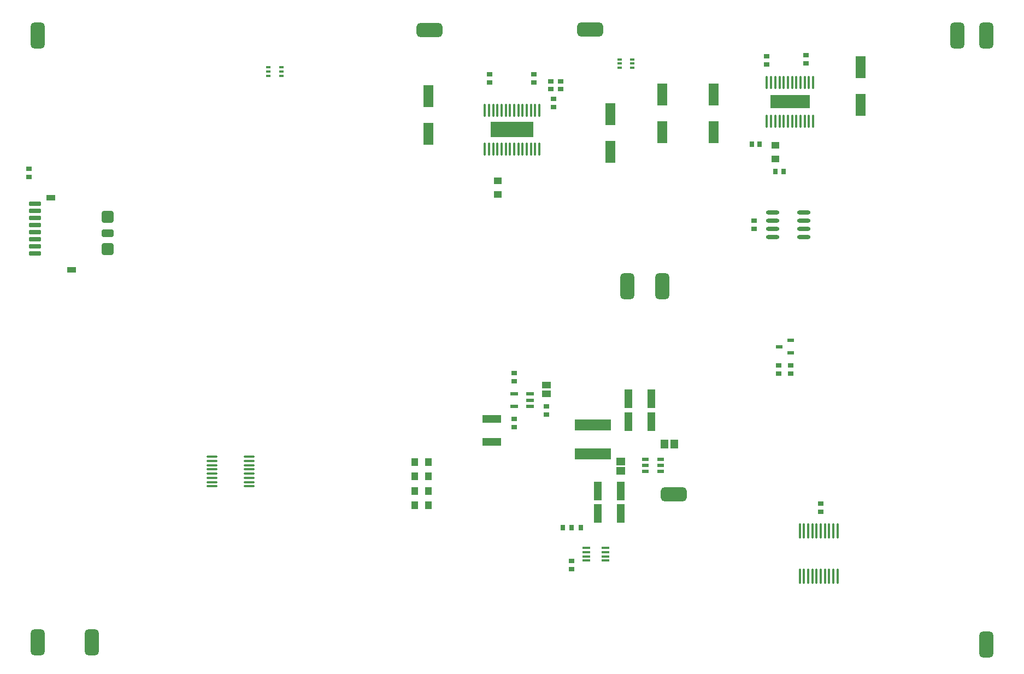
<source format=gtp>
G04*
G04 #@! TF.GenerationSoftware,Altium Limited,Altium Designer,19.0.10 (269)*
G04*
G04 Layer_Color=8421504*
%FSLAX43Y43*%
%MOMM*%
G71*
G01*
G75*
G04:AMPARAMS|DCode=19|XSize=4mm|YSize=2.2mm|CornerRadius=0.55mm|HoleSize=0mm|Usage=FLASHONLY|Rotation=180.000|XOffset=0mm|YOffset=0mm|HoleType=Round|Shape=RoundedRectangle|*
%AMROUNDEDRECTD19*
21,1,4.000,1.100,0,0,180.0*
21,1,2.900,2.200,0,0,180.0*
1,1,1.100,-1.450,0.550*
1,1,1.100,1.450,0.550*
1,1,1.100,1.450,-0.550*
1,1,1.100,-1.450,-0.550*
%
%ADD19ROUNDEDRECTD19*%
%ADD20R,6.690X2.400*%
%ADD21O,0.350X2.200*%
G04:AMPARAMS|DCode=22|XSize=0.38mm|YSize=1.2mm|CornerRadius=0.042mm|HoleSize=0mm|Usage=FLASHONLY|Rotation=90.000|XOffset=0mm|YOffset=0mm|HoleType=Round|Shape=RoundedRectangle|*
%AMROUNDEDRECTD22*
21,1,0.380,1.116,0,0,90.0*
21,1,0.296,1.200,0,0,90.0*
1,1,0.084,0.558,0.148*
1,1,0.084,0.558,-0.148*
1,1,0.084,-0.558,-0.148*
1,1,0.084,-0.558,0.148*
%
%ADD22ROUNDEDRECTD22*%
%ADD23O,0.350X2.400*%
G04:AMPARAMS|DCode=24|XSize=1.8mm|YSize=1.8mm|CornerRadius=0.225mm|HoleSize=0mm|Usage=FLASHONLY|Rotation=90.000|XOffset=0mm|YOffset=0mm|HoleType=Round|Shape=RoundedRectangle|*
%AMROUNDEDRECTD24*
21,1,1.800,1.350,0,0,90.0*
21,1,1.350,1.800,0,0,90.0*
1,1,0.450,0.675,0.675*
1,1,0.450,0.675,-0.675*
1,1,0.450,-0.675,-0.675*
1,1,0.450,-0.675,0.675*
%
%ADD24ROUNDEDRECTD24*%
G04:AMPARAMS|DCode=25|XSize=1.2mm|YSize=1.8mm|CornerRadius=0.15mm|HoleSize=0mm|Usage=FLASHONLY|Rotation=90.000|XOffset=0mm|YOffset=0mm|HoleType=Round|Shape=RoundedRectangle|*
%AMROUNDEDRECTD25*
21,1,1.200,1.500,0,0,90.0*
21,1,0.900,1.800,0,0,90.0*
1,1,0.300,0.750,0.450*
1,1,0.300,0.750,-0.450*
1,1,0.300,-0.750,-0.450*
1,1,0.300,-0.750,0.450*
%
%ADD25ROUNDEDRECTD25*%
G04:AMPARAMS|DCode=26|XSize=0.9mm|YSize=1.4mm|CornerRadius=0.113mm|HoleSize=0mm|Usage=FLASHONLY|Rotation=90.000|XOffset=0mm|YOffset=0mm|HoleType=Round|Shape=RoundedRectangle|*
%AMROUNDEDRECTD26*
21,1,0.900,1.175,0,0,90.0*
21,1,0.675,1.400,0,0,90.0*
1,1,0.225,0.588,0.338*
1,1,0.225,0.588,-0.338*
1,1,0.225,-0.588,-0.338*
1,1,0.225,-0.588,0.338*
%
%ADD26ROUNDEDRECTD26*%
G04:AMPARAMS|DCode=27|XSize=0.7mm|YSize=1.8mm|CornerRadius=0.088mm|HoleSize=0mm|Usage=FLASHONLY|Rotation=90.000|XOffset=0mm|YOffset=0mm|HoleType=Round|Shape=RoundedRectangle|*
%AMROUNDEDRECTD27*
21,1,0.700,1.625,0,0,90.0*
21,1,0.525,1.800,0,0,90.0*
1,1,0.175,0.813,0.263*
1,1,0.175,0.813,-0.263*
1,1,0.175,-0.813,-0.263*
1,1,0.175,-0.813,0.263*
%
%ADD27ROUNDEDRECTD27*%
%ADD28R,6.200X2.000*%
%ADD29R,1.600X3.500*%
%ADD30R,1.200X1.450*%
%ADD31R,1.350X1.100*%
%ADD32R,2.900X1.150*%
%ADD33R,5.700X1.700*%
%ADD34R,1.100X1.200*%
%ADD35R,1.100X0.600*%
%ADD36R,0.850X0.750*%
%ADD37R,1.300X0.550*%
%ADD38O,1.700X0.350*%
%ADD39O,2.050X0.600*%
%ADD40R,0.800X0.300*%
%ADD41R,0.900X0.750*%
%ADD42R,0.850X0.700*%
%ADD43R,0.900X0.800*%
%ADD44R,1.150X2.900*%
%ADD45R,0.700X0.850*%
%ADD46R,0.800X0.900*%
%ADD47R,1.350X1.150*%
G04:AMPARAMS|DCode=48|XSize=4mm|YSize=2.2mm|CornerRadius=0.55mm|HoleSize=0mm|Usage=FLASHONLY|Rotation=90.000|XOffset=0mm|YOffset=0mm|HoleType=Round|Shape=RoundedRectangle|*
%AMROUNDEDRECTD48*
21,1,4.000,1.100,0,0,90.0*
21,1,2.900,2.200,0,0,90.0*
1,1,1.100,0.550,1.450*
1,1,1.100,0.550,-1.450*
1,1,1.100,-0.550,-1.450*
1,1,1.100,-0.550,1.450*
%
%ADD48ROUNDEDRECTD48*%
%ADD49R,1.200X1.100*%
D19*
X138600Y149000D02*
D03*
X151500Y77000D02*
D03*
X113700Y148900D02*
D03*
D20*
X126500Y133500D02*
D03*
D21*
X122275Y130500D02*
D03*
X122925D02*
D03*
X123575D02*
D03*
X124225D02*
D03*
X124875D02*
D03*
X125525D02*
D03*
X126175D02*
D03*
X126825D02*
D03*
X127475D02*
D03*
X128125D02*
D03*
X128775D02*
D03*
X129425D02*
D03*
X130075D02*
D03*
X130725D02*
D03*
X122275Y136500D02*
D03*
X122925D02*
D03*
X123575D02*
D03*
X124225D02*
D03*
X124875D02*
D03*
X125525D02*
D03*
X126175D02*
D03*
X126825D02*
D03*
X127475D02*
D03*
X128125D02*
D03*
X128775D02*
D03*
X129425D02*
D03*
X130075D02*
D03*
X130725D02*
D03*
X173125Y140800D02*
D03*
X172475D02*
D03*
X171825D02*
D03*
X171175D02*
D03*
X170525D02*
D03*
X169875D02*
D03*
X169225D02*
D03*
X168575D02*
D03*
X167925D02*
D03*
X167275D02*
D03*
X166625D02*
D03*
X165975D02*
D03*
Y134800D02*
D03*
X166625D02*
D03*
X173125D02*
D03*
X172475D02*
D03*
X171825D02*
D03*
X171175D02*
D03*
X170525D02*
D03*
X169875D02*
D03*
X169225D02*
D03*
X168575D02*
D03*
X167925D02*
D03*
X167275D02*
D03*
D22*
X138000Y68650D02*
D03*
Y68000D02*
D03*
Y67350D02*
D03*
Y66700D02*
D03*
X140950D02*
D03*
Y67350D02*
D03*
Y68000D02*
D03*
Y68650D02*
D03*
D23*
X176925Y71250D02*
D03*
X176275D02*
D03*
X175625D02*
D03*
X174975D02*
D03*
X174325D02*
D03*
X173675D02*
D03*
X173025D02*
D03*
X172375D02*
D03*
X171725D02*
D03*
X171075D02*
D03*
X176925Y64250D02*
D03*
X176275D02*
D03*
X175625D02*
D03*
X174975D02*
D03*
X174325D02*
D03*
X173675D02*
D03*
X173025D02*
D03*
X172375D02*
D03*
X171725D02*
D03*
X171075D02*
D03*
D24*
X63800Y119960D02*
D03*
Y114960D02*
D03*
D25*
Y117460D02*
D03*
D26*
X58250Y111789D02*
D03*
X55000Y122960D02*
D03*
D27*
X52600Y121970D02*
D03*
Y120870D02*
D03*
Y119770D02*
D03*
Y118670D02*
D03*
Y117570D02*
D03*
Y116470D02*
D03*
Y115370D02*
D03*
Y114270D02*
D03*
D28*
X169550Y137800D02*
D03*
D29*
X180500Y137350D02*
D03*
Y143150D02*
D03*
X149750Y138900D02*
D03*
Y133100D02*
D03*
X157750Y138900D02*
D03*
Y133100D02*
D03*
X141750Y130050D02*
D03*
Y135850D02*
D03*
X113550Y132850D02*
D03*
Y138650D02*
D03*
D30*
X151610Y84750D02*
D03*
X150110D02*
D03*
D31*
X131850Y93916D02*
D03*
Y92516D02*
D03*
D32*
X123325Y85112D02*
D03*
Y88662D02*
D03*
D33*
X139000Y83250D02*
D03*
Y87750D02*
D03*
D34*
X111450Y82000D02*
D03*
X113550D02*
D03*
Y77500D02*
D03*
X111450D02*
D03*
X113550Y79750D02*
D03*
X111450D02*
D03*
X113550Y75250D02*
D03*
X111450D02*
D03*
D35*
X167850Y99850D02*
D03*
X169650Y100800D02*
D03*
Y98900D02*
D03*
X147120Y82418D02*
D03*
Y81467D02*
D03*
Y80518D02*
D03*
X149520D02*
D03*
Y81467D02*
D03*
Y82418D02*
D03*
D36*
X167800Y95700D02*
D03*
Y96950D02*
D03*
X169650D02*
D03*
Y95700D02*
D03*
D37*
X129250Y90616D02*
D03*
Y91566D02*
D03*
Y92516D02*
D03*
X126850D02*
D03*
Y90616D02*
D03*
D38*
X80035Y82768D02*
D03*
Y82118D02*
D03*
Y81467D02*
D03*
Y80817D02*
D03*
Y80168D02*
D03*
Y79518D02*
D03*
Y78868D02*
D03*
X85735Y82768D02*
D03*
Y82118D02*
D03*
Y81467D02*
D03*
Y80817D02*
D03*
Y80168D02*
D03*
Y79518D02*
D03*
Y78868D02*
D03*
X80035Y78232D02*
D03*
X85750D02*
D03*
D39*
X166825Y120655D02*
D03*
Y119385D02*
D03*
Y118115D02*
D03*
Y116845D02*
D03*
X171675Y120655D02*
D03*
Y119385D02*
D03*
Y118115D02*
D03*
Y116845D02*
D03*
D40*
X143140Y143100D02*
D03*
Y143750D02*
D03*
Y144400D02*
D03*
X145140D02*
D03*
Y143750D02*
D03*
Y143100D02*
D03*
X90750Y141850D02*
D03*
Y142500D02*
D03*
Y143150D02*
D03*
X88750D02*
D03*
Y142500D02*
D03*
Y141850D02*
D03*
D41*
X51600Y127425D02*
D03*
Y126175D02*
D03*
X164000Y119375D02*
D03*
Y118125D02*
D03*
X174325Y74265D02*
D03*
Y75515D02*
D03*
D42*
X134000Y139750D02*
D03*
Y141000D02*
D03*
D43*
X172000Y145025D02*
D03*
Y143775D02*
D03*
X165975Y143625D02*
D03*
Y144875D02*
D03*
X135750Y65375D02*
D03*
Y66625D02*
D03*
X132500Y139750D02*
D03*
Y141000D02*
D03*
X129900Y140822D02*
D03*
Y142072D02*
D03*
X123000Y140822D02*
D03*
Y142072D02*
D03*
X126850Y94516D02*
D03*
Y95766D02*
D03*
Y88662D02*
D03*
Y87412D02*
D03*
X131850Y90616D02*
D03*
Y89366D02*
D03*
X132900Y136975D02*
D03*
Y138225D02*
D03*
D44*
X144545Y91750D02*
D03*
X148095D02*
D03*
X144545Y88250D02*
D03*
X148095D02*
D03*
X143345Y77500D02*
D03*
X139795D02*
D03*
X143345Y74000D02*
D03*
X139795D02*
D03*
D45*
X164875Y131250D02*
D03*
X163625D02*
D03*
X167275Y127000D02*
D03*
X168525D02*
D03*
D46*
X134350Y71790D02*
D03*
X137150D02*
D03*
X135750D02*
D03*
D47*
X143345Y82025D02*
D03*
Y80575D02*
D03*
D48*
X195450Y148050D02*
D03*
X61350Y54050D02*
D03*
X149750Y109250D02*
D03*
X53000Y148050D02*
D03*
X200000D02*
D03*
Y53670D02*
D03*
X53000Y54020D02*
D03*
X144328Y109250D02*
D03*
D49*
X167250Y128950D02*
D03*
Y131050D02*
D03*
X124250Y123450D02*
D03*
Y125550D02*
D03*
M02*

</source>
